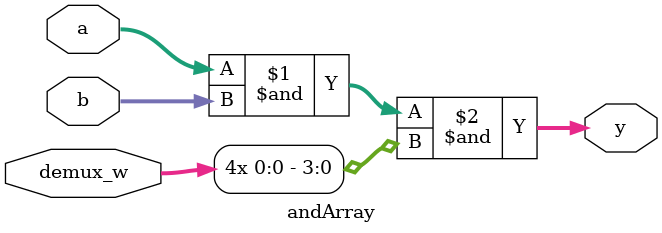
<source format=v>
module andArray(
    input [3:0] a, b,
    input demux_w,
    output [3:0] y
);
    assign y = (a & b) & {4{demux_w}};
endmodule
</source>
